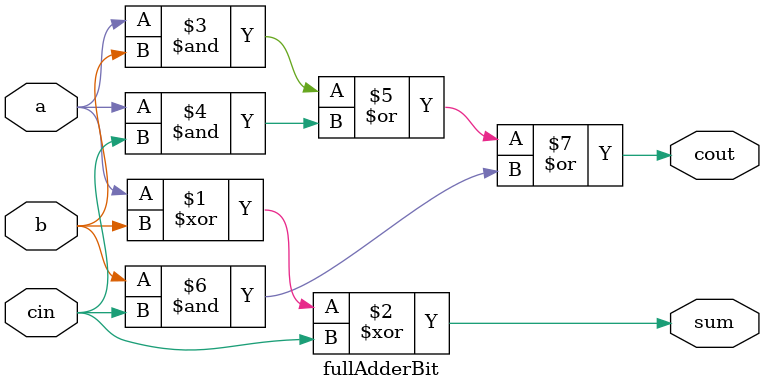
<source format=v>
module fullAdder(a, b, cin, cout, sum);
    parameter n = 1;
    
    input [n-1:0] a,  b; 
    input cin;
    output cout;
    output [n-1:0] sum;
    
    wire [n:0] carry;
	assign cout = carry[n];
    assign carry[0] = cin;
    
    genvar i;
    generate
        for(i = 0; i < n; i = i + 1) begin : fullAdder_loop
            fullAdderBit U1 (a[i], b[i], carry[i], carry[i+1], sum[i]);
        end
    endgenerate

endmodule

module fullAdderBit (a, b, cin, cout, sum);
    input a, b, cin;
    output cout, sum;
    
    assign sum = a ^ b ^ cin;
    assign cout = (a & b) | (a & cin) | (b & cin);
endmodule

</source>
